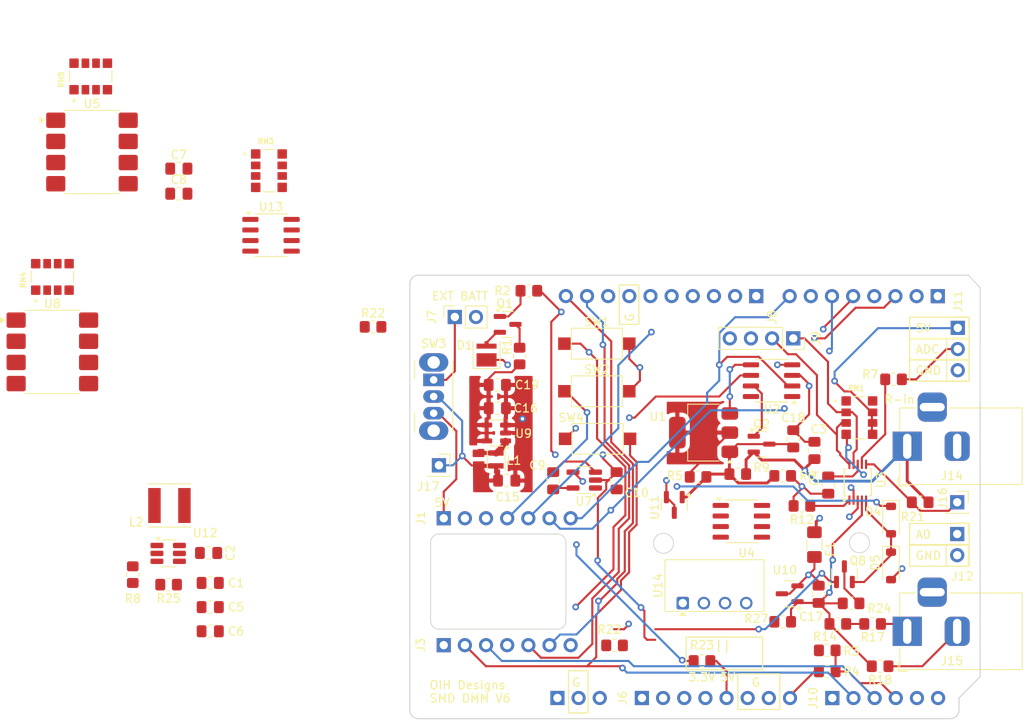
<source format=kicad_pcb>
(kicad_pcb (version 20241229) (generator "pcbnew") (generator_version "9.0")
  (layers (0 "F.Cu" signal) (4 "In1.Cu" signal) (6 "In2.Cu" signal) (2 "B.Cu" signal) (13 "F.Paste" user) (15 "B.Paste" user) (5 "F.SilkS" user "F.Silkscreen") (7 "B.SilkS" user "B.Silkscreen") (1 "F.Mask" user) (3 "B.Mask" user) (25 "Edge.Cuts" user))
  (net 0 "")
  (net 1 "GND")
  (net 2 "Resistor_Input")
  (net 3 "SDA")
  (net 4 "D6~")
  (net 5 "D7")
  (net 6 "+9V")
  (net 7 "SCL")
  (net 8 "V_Input_REF")
  (net 9 "V_Input_Float")
  (net 10 "ADS_ADDR")
  (net 11 "/R Circuit I Output")
  (net 12 "ADS_ALERT")
  (net 13 "A0{slash}D14")
  (net 14 "A2{slash}D16")
  (net 15 "D3~")
  (net 16 "VDD")
  (net 17 "I_Input")
  (net 18 "D10~")
  (net 19 "D9~")
  (net 20 "D5~ (IR)")
  (net 21 "A1{slash}D15")
  (net 32 "Net-(Q2-G)")
  (net 33 "Net-(U1-VO)")
  (net 36 "A3{slash}D17")
  (net 37 "Net-(D1-A)")
  (net 38 "Net-(F1-Pad1)")
  (net 39 "+BATT")
  (net 40 "CS")
  (net 41 "Net-(U7-C1-)")
  (net 42 "Net-(U7-C1+)")
  (net 43 "MISO")
  (net 44 "Net-(U9-SW)")
  (net 45 "XIAO 5V")
  (net 46 "XIAO Batt Pin")
  (net 47 "MOSI")
  (net 48 "CLK")
  (net 49 "SDA-5V")
  (net 50 "SCL-5V")
  (net 51 "/R into ADS")
  (net 52 "+VSW")
  (net 53 "/Uno5vPin")
  (net 54 "/Driver_U2_Out_B")
  (net 57 "/Driver_U4_Out_A")
  (net 58 "/Driver_U4_Out_B")
  (net 63 "+3V3")
  (net 64 "/ADC-1")
  (net 65 "/V Ref to ADS-0")
  (net 66 "/Driver_U4_In_B")
  (net 67 "Net-(Q1-B)")
  (net 68 "Net-(Q1-C)")
  (net 69 "Net-(J11-Pin_2)")
  (net 70 "Net-(U12-EN)")
  (net 71 "Net-(U12-SW)")
  (net 72 "Net-(Q8-D)")
  (net 73 "Net-(U12-FB)")
  (net 74 "Gnd-iso")
  (net 75 "5V-iso")
  (net 76 "/ArduinoUnoPins/Uno5vPin")
  (net 77 "Net-(RN4-R1.1)")
  (net 78 "/Driver_U4_In_A")
  (net 79 "Net-(RN4-R2.1)")
  (net 80 "/Driver_U2_In_A")
  (net 81 "/Driver_U2_In_B")
  (net 82 "Net-(RN5-R1.1)")
  (net 83 "Net-(RN5-R2.1)")
  (footprint "Capacitor_SMD:C_0805_2012Metric_Pad1.18x1.45mm_HandSolder" (layer "F.Cu") (at 128.660305 73.49413 90)
    (property "Reference" "C4")
    (property "Value" "0.1uF")
  )
  (footprint "Capacitor_SMD:C_0805_2012Metric_Pad1.18x1.45mm_HandSolder" (layer "F.Cu") (at 54.45 88.15)
    (property "Reference" "C5")
    (property "Value" "1uF")
  )
  (footprint "Resistor_SMD:R_0805_2012Metric_Pad1.20x1.40mm_HandSolder" (layer "F.Cu") (at 128.54 95.88 180)
    (property "Reference" "R4")
    (property "Value" "100K")
  )
  (footprint "Inductor_SMD:L_Taiyo-Yuden_MD-5050" (layer "F.Cu") (at 49.55 75.95 180)
    (property "Reference" "L2")
    (property "Value" "22uH")
  )
  (footprint "Connector_PinSocket_2.54mm:PinSocket_1x01_P2.54mm_Vertical" (layer "F.Cu") (at 144.145 75.565)
    (property "Reference" "J16")
    (property "Value" "Conn_01x01_Socket")
  )
  (footprint "Resistor_SMD:R_0805_2012Metric_Pad1.20x1.40mm_HandSolder" (layer "F.Cu") (at 45.15 84.25 90)
    (property "Reference" "R8")
    (property "Value" "71.5k")
  )
  (footprint "Library:PinHeader_1x10_P2.54mm_Vertical_NoBox" (layer "F.Cu") (at 120.015 50.8 -90)
    (property "Reference" "J8")
    (property "Value" "DIGITAL2")
  )
  (footprint "Resistor_SMD:R_0805_2012Metric_Pad1.20x1.40mm_HandSolder" (layer "F.Cu") (at 123.19 89.916)
    (property "Reference" "R27")
    (property "Value" "4.7K")
  )
  (footprint "Package_TO_SOT_SMD:SOT-223-3_TabPin2" (layer "F.Cu") (at 113.69 67.19875 180)
    (property "Reference" "U1")
    (property "Value" "LM317_TO-220")
  )
  (footprint "Capacitor_SMD:C_0805_2012Metric_Pad1.18x1.45mm_HandSolder" (layer "F.Cu") (at 88.9215 61.468)
    (property "Reference" "C19")
    (property "Value" "22uF")
  )
  (footprint "Resistor_SMD:R_0805_2012Metric_Pad1.20x1.40mm_HandSolder" (layer "F.Cu") (at 125.5 76 180)
    (property "Reference" "R12")
    (property "Value" "0")
  )
  (footprint "Resistor_SMD:R_0805_2012Metric_Pad1.20x1.40mm_HandSolder" (layer "F.Cu") (at 103 92.75 180)
    (property "Reference" "R22")
    (property "Value" "0")
  )
  (footprint "Library:RESCAXS127P508X320X70-8N" (layer "F.Cu") (at 61.5 35.745)
    (property "Reference" "RN3")
    (property "Value" "10k x4")
  )
  (footprint "Library:RESCAXS127P508X320X70-8N" (layer "F.Cu") (at 40.1 24.43 90)
    (property "Reference" "RN5")
    (property "Value" "10k x4")
  )
  (footprint "Package_SO:TSSOP-10_3x3mm_P0.5mm" (layer "F.Cu") (at 132.200305 73.15913 90)
    (property "Reference" "U3")
    (property "Value" "ADS1115IDGS")
  )
  (footprint "Resistor_SMD:R_0805_2012Metric_Pad1.20x1.40mm_HandSolder" (layer "F.Cu") (at 134.89 95.25 180)
    (property "Reference" "R18")
    (property "Value" "499.0K")
  )
  (footprint "Library:PinHeader_1x06_P2.54mm_Vertical_NoBox" (layer "F.Cu") (at 129.151624 99.067665 90)
    (property "Reference" "J10")
    (property "Value" "ANALOG")
  )
  (footprint "Resistor_SMD:R_0805_2012Metric_Pad1.20x1.40mm_HandSolder" (layer "F.Cu") (at 129.81 90.17)
    (property "Reference" "R14")
    (property "Value" "15.0K")
  )
  (footprint "Package_TO_SOT_SMD:SOT-23" (layer "F.Cu") (at 124.0305 86.548 180)
    (property "Reference" "U10")
    (property "Value" "LM4040DBZ-2.5")
  )
  (footprint "Resistor_SMD:R_0805_2012Metric_Pad1.20x1.40mm_HandSolder" (layer "F.Cu") (at 49.45 85.45 180)
    (property "Reference" "R25")
    (property "Value" "732k")
  )
  (footprint "Resistor_SMD:R_0805_2012Metric_Pad1.20x1.40mm_HandSolder" (layer "F.Cu") (at 128.54 93.345)
    (property "Reference" "R3")
    (property "Value" "22K")
  )
  (footprint "Connector_PinSocket_2.54mm:PinSocket_1x03_P2.54mm_Vertical" (layer "F.Cu") (at 144.215 54.625)
    (property "Reference" "J11")
    (property "Value" "I_Input")
  )
  (footprint "Resistor_SMD:R_0805_2012Metric_Pad1.20x1.40mm_HandSolder" (layer "F.Cu") (at 113.03 72.51875)
    (property "Reference" "R5")
    (property "Value" "62.0")
  )
  (footprint "Resistor_SMD:R_0805_2012Metric_Pad1.20x1.40mm_HandSolder" (layer "F.Cu") (at 117.795 72.17875)
    (property "Reference" "R9")
    (property "Value" "22.0K")
  )
  (footprint "Button_Switch_SMD:SW_SPST_CK_RS282G05A3" (layer "F.Cu") (at 100.965 67.945 180)
    (property "Reference" "SW4")
    (property "Value" "SW_Push")
  )
  (footprint "Resistor_SMD:R_0805_2012Metric_Pad1.20x1.40mm_HandSolder" (layer "F.Cu") (at 91.6 58 -90)
    (property "Reference" "R1")
    (property "Value" "500")
  )
  (footprint "Capacitor_SMD:C_0805_2012Metric_Pad1.18x1.45mm_HandSolder" (layer "F.Cu") (at 95.631 72.9805 -90)
    (property "Reference" "C9")
    (property "Value" "4.7uF")
  )
  (footprint "Resistor_SMD:R_0805_2012Metric_Pad1.20x1.40mm_HandSolder" (layer "F.Cu") (at 113.5 94.615 180)
    (property "Reference" "R23")
    (property "Value" "0")
  )
  (footprint "Package_SO:SOP-8_6.605x9.655mm_P2.54mm" (layer "F.Cu") (at 35.495 57.5)
    (property "Reference" "U8")
    (property "Value" "LTV-824")
  )
  (footprint "Button_Switch_SMD:SW_SPST_CK_RS282G05A3" (layer "F.Cu") (at 100.875 62.23)
    (property "Reference" "SW2")
    (property "Value" "SW_Push")
  )
  (footprint "Package_TO_SOT_SMD:SOT-23" (layer "F.Cu") (at 110.175 75.88 -90)
    (property "Reference" "U11")
    (property "Value" "LM4040DBZ-5")
  )
  (footprint "Button_Switch_SMD:SW_SPST_CK_RS282G05A3" (layer "F.Cu") (at 100.875 56.515)
    (property "Reference" "SW1")
    (property "Value" "SW_Push")
  )
  (footprint "Capacitor_SMD:C_0805_2012Metric_Pad1.18x1.45mm_HandSolder" (layer "F.Cu") (at 50.68 38.51)
    (property "Reference" "C8")
    (property "Value" "0.1uF")
  )
  (footprint "Connector_PinSocket_2.54mm:PinSocket_1x02_P2.54mm_Vertical" (layer "F.Cu") (at 144.145 79.375)
    (property "Reference" "J12")
    (property "Value" "Conn_01x02_Pin")
  )
  (footprint "Resistor_SMD:R_0805_2012Metric_Pad1.20x1.40mm_HandSolder" (layer "F.Cu") (at 133.985 90.17 180)
    (property "Reference" "R17")
    (property "Value" "499.0K")
  )
  (footprint "Package_TO_SOT_SMD:SOT-23-5" (layer "F.Cu") (at 88.7785 67.244 180)
    (property "Reference" "U9")
    (property "Value" "TPS613222ADBV")
  )
  (footprint "Capacitor_SMD:C_0805_2012Metric_Pad1.18x1.45mm_HandSolder" (layer "F.Cu") (at 50.68 35.5)
    (property "Reference" "C7")
    (property "Value" "0.1uF")
  )
  (footprint "Library:RESCAXS127P508X320X70-8N" (layer "F.Cu") (at 35.5 48.5 90)
    (property "Reference" "RN4")
    (property "Value" "10k x4")
  )
  (footprint "Resistor_SMD:R_0805_2012Metric_Pad1.20x1.40mm_HandSolder" (layer "F.Cu") (at 136.5 60.8)
    (property "Reference" "R7")
    (property "Value" "0")
  )
  (footprint "Package_TO_SOT_SMD:SOT-23-5_HandSoldering" (layer "F.Cu") (at 99.361 72.898 180)
    (property "Reference" "U7")
    (property "Value" "MAX1683")
  )
  (footprint "Connector_BarrelJack:BarrelJack_Horizontal" (layer "F.Cu") (at 138.145 91.06 180)
    (property "Reference" "J15")
    (property "Value" "Barrel_Jack")
  )
  (footprint "Capacitor_SMD:C_0805_2012Metric_Pad1.18x1.45mm_HandSolder" (layer "F.Cu") (at 54.45 85.25)
    (property "Reference" "C1")
    (property "Value" "1uF")
  )
  (footprint "Package_SO:SOIC-8_3.9x4.9mm_P1.27mm" (layer "F.Cu") (at 118.225 77.845)
    (property "Reference" "U4")
    (property "Value" "IX4426N")
  )
  (footprint "Connector_PinSocket_2.54mm:PinSocket_1x01_P2.54mm_Vertical" (layer "F.Cu") (at 81.915 71.12)
    (property "Reference" "J17")
    (property "Value" "Conn_01x01_Socket")
  )
  (footprint "Package_SO:SOP-8_6.605x9.655mm_P2.54mm" (layer "F.Cu") (at 40.25 33.5)
    (property "Reference" "U5")
    (property "Value" "LTV-824")
  )
  (footprint "Package_TO_SOT_SMD:SOT-23" (layer "F.Cu") (at 120.65 68.58)
    (property "Reference" "Q2")
    (property "Value" "AO3400A MOSFET")
  )
  (footprint "Diode_SMD:D_SOD-123" (layer "F.Cu") (at 136.2 77.7 -90)
    (property "Reference" "D4")
    (property "Value" "D_Schottky")
  )
  (footprint "Resistor_SMD:R_0805_2012Metric_Pad1.20x1.40mm_HandSolder" (layer "F.Cu") (at 123.19 72.39 180)
    (property "Reference" "R6")
    (property "Value" "330.0")
  )
  (footprint "Resistor_SMD:R_0805_2012Metric_Pad1.20x1.40mm_HandSolder" (layer "F.Cu") (at 131.4 87.7 180)
    (property "Reference" "R24")
    (property "Value" "1.0M")
  )
  (footprint "Capacitor_SMD:C_0805_2012Metric_Pad1.18x1.45mm_HandSolder" (layer "F.Cu") (at 103.251 72.9805 90)
    (property "Reference" "C10")
    (property "Value" "4.7uF")
  )
  (footprint "Resistor_SMD:R_0805_2012Metric_Pad1.20x1.40mm_HandSolder" (layer "F.Cu") (at 139.7 75.565)
    (property "Reference" "R21")
    (property "Value" "0")
  )
  (footprint "Package_TO_SOT_SMD:SOT-23" (layer "F.Cu") (at 90.1625 54.2)
    (property "Reference" "Q1")
    (property "Value" "MMBT3904" (hide yes))
  )
  (footprint "Library:PinHeader_1x08_P2.54mm_Vertical_NoBox" (layer "F.Cu") (at 106.287792 99.06511 90)
    (property "Reference" "J6")
    (property "Value" "POWER1")
  )
  (footprint "Fuse:Fuse_1206_3216Metric_Pad1.42x1.75mm_HandSolder" (layer "F.Cu") (at 127 80.645 -90)
    (property "Reference" "F1")
    (property "Value" "Fuse")
  )
  (footprint "Connector_PinSocket_2.54mm:PinSocket_1x07_P2.54mm_Vertical" (layer "F.Cu") (at 82.487996 92.719534 90)
    (property "Reference" "J3")
    (property "Value" "Conn_01x07_Pin")
  )
  (footprint "Diode_SMD:D_SOD-123" (layer "F.Cu") (at 136.2 83.2 -90)
    (property "Reference" "D5")
    (property "Value" "D_Schottky")
  )
  (footprint "Capacitor_SMD:C_0805_2012Metric_Pad1.18x1.45mm_HandSolder" (layer "F.Cu") (at 54.45 91.05)
    (property "Reference" "C6")
    (property "Value" "1uF")
  )
  (footprint "Package_TO_SOT_SMD:SOT-23" (layer "F.Cu") (at 130.6 84.2 90)
    (property "Reference" "Q8")
    (property "Value" "AO3400A MOSFET")
  )
  (footprint "Resistor_SMD:R_0805_2012Metric_Pad1.20x1.40mm_HandSolder" (layer "F.Cu") (at 74 54.5)
    (property "Reference" "R22")
    (property "Value" "0")
  )
  (footprint "Converter_DCDC:Converter_DCDC_TRACO_TEA1-xxxx_THT" (layer "F.Cu") (at 111.19 87.6675 90)
    (property "Reference" "U14")
    (property "Value" "RFM-0505S")
  )
  (footprint "Capacitor_SMD:C_0805_2012Metric_Pad1.18x1.45mm_HandSolder" (layer "F.Cu") (at 124.46 67.945 90)
    (property "Reference" "C18")
    (property "Value" "1uF")
  )
  (footprint "Package_TO_SOT_SMD:SOT-23-6_Handsoldering" (layer "F.Cu") (at 49.4 81.7)
    (property "Reference" "U12")
    (property "Value" "TLV61046ADBVR")
  )
  (footprint "Library:PinHeader_1x08_P2.54mm_Vertical_NoBox" (layer "F.Cu") (at 141.809463 50.808987 -90)
    (property "Reference" "J13" (hide yes))
    (property "Value" "DIGITAL1")
  )
  (footprint "Connector_BarrelJack:BarrelJack_Horizontal" (layer "F.Cu") (at 138.145 68.835 180)
    (property "Reference" "J14")
    (property "Value" "Barrel_Jack")
  )
  (footprint "Capacitor_SMD:C_0805_2012Metric_Pad1.18x1.45mm_HandSolder" (layer "F.Cu") (at 127 69.342 90)
    (property "Reference" "C3")
    (property "Value" "2.2uF")
  )
  (footprint "Connector_PinSocket_2.54mm:PinSocket_1x02_P2.54mm_Vertical" (layer "F.Cu") (at 83.82 53.315 90)
    (property "Reference" "J7")
    (property "Value" "Conn_01x02_Pin")
  )
  (footprint "Resistor_SMD:R_0805_2012Metric_Pad1.20x1.40mm_HandSolder" (layer "F.Cu") (at 92.71 50.165 180)
    (property "Reference" "R2")
    (property "Value" "1K")
  )
  (footprint "Connector_PinSocket_2.54mm:PinSocket_1x07_P2.54mm_Vertical" (layer "F.Cu") (at 82.487996 77.479534 90)
    (property "Reference" "J1")
    (property "Value" "Conn_01x07_Pin")
  )
  (footprint "Capacitor_SMD:C_0805_2012Metric_Pad1.18x1.45mm_HandSolder" (layer "F.Cu") (at 127.508 86.614 -90)
    (property "Reference" "C17")
    (property "Value" "0.1uF")
  )
  (footprint "Inductor_SMD:L_Murata_DFE201610P" (layer "F.Cu") (at 88.7785 70.419 90)
    (property "Reference" "L1")
    (property "Value" "2.2uH")
  )
  (footprint "Connector_PinSocket_2.54mm:PinSocket_1x04_P2.54mm_Vertical" (layer "F.Cu") (at 124.46 55.88 -90)
    (property "Reference" "J9")
    (property "Value" "Out to Screen")
  )
  (footprint "LED_SMD:LED_Luminus_MP-3030-1100_3.0x3.0mm" (layer "F.Cu") (at 87.63 57.89 90)
    (property "Reference" "D1")
    (property "Value" "LED")
  )
  (footprint "Package_SO:SOIC-8_3.9x4.9mm_P1.27mm" (layer "F.Cu") (at 61.75 43.5)
    (property "Reference" "U13")
    (property "Value" "ISO1540")
  )
  (footprint "Capacitor_SMD:C_0805_2012Metric_Pad1.18x1.45mm_HandSolder" (layer "F.Cu") (at 90.0485 72.959)
    (property "Reference" "C15")
    (property "Value" "4.7uF")
  )
  (footprint "Button_Switch_THT:SW_Slide_SPDT_Angled_CK_OS102011MA1Q" (layer "F.Cu") (at 81.28 60.865 -90)
    (property "Reference" "SW3")
    (property "Value" "SW_SPDT")
  )
  (footprint "Capacitor_SMD:C_0805_2012Metric_Pad1.18x1.45mm_HandSolder" (layer "F.Cu") (at 54.25 81.65)
    (property "Reference" "C2")
    (property "Value" "4.7uF")
  )
  (footprint "Library:RESCAXS127P508X320X70-8N" (layer "F.Cu") (at 132.4 65.4)
    (property "Reference" "RN1")
    (property "Value" "1K x4")
  )
  (footprint "Library:PinHeader_1x03_P2.54mm_Vertical_NoBox" (layer "F.Cu") (at 96.143981 99.063151 90)
    (property "Reference" "J5" (hide yes))
    (property "Value" "POWER2")
  )
  (footprint "Package_SO:SOIC-8_3.9x4.9mm_P1.27mm" (layer "F.Cu") (at 121.855 60.96 180)
    (property "Reference" "U2")
    (property "Value" "IX4426N")
  )
  (footprint "Capacitor_SMD:C_0805_2012Metric_Pad1.18x1.45mm_HandSolder" (layer "F.Cu") (at 88.9215 64.262)
    (property "Reference" "C16")
    (property "Value" "22uF")
  )
  (gr_rect (start 138.43 78.105) (end 145.585 80.705) (stroke (width 0.15)) (fill no) (layer "F.SilkS"))
  (gr_rect (start 111.597402 91.752692) (end 120.786111 95.683458) (stroke (width 0.15)) (fill no) (layer "F.SilkS"))
  (gr_rect (start 103.567758 49.467044) (end 105.91855 54.201136) (stroke (width 0.15)) (fill no) (layer "F.SilkS"))
  (gr_rect (start 138.43 80.645) (end 145.585 83.245) (stroke (width 0.15)) (fill no) (layer "F.SilkS"))
  (gr_rect (start 117.800432 96.176612) (end 122.849754 100.44112) (stroke (width 0.15)) (fill no) (layer "F.SilkS"))
  (gr_rect (start 97.477467 95.788603) (end 99.825034 100.86181) (stroke (width 0.15)) (fill no) (layer "F.SilkS"))
  (gr_rect (start 138.43 53.34) (end 145.585 55.94) (stroke (width 0.15)) (fill no) (layer "F.SilkS"))
  (gr_rect (start 138.43 55.88) (end 145.585 58.48) (stroke (width 0.15)) (fill no) (layer "F.SilkS"))
  (gr_rect (start 138.43 58.42) (end 145.585 61.02) (stroke (width 0.15)) (fill no) (layer "F.SilkS"))
  (gr_line (start 79.155572 48.342318) (end 79.409482 48.3) (stroke (width 0.12)) (layer "Edge.Cuts"))
  (gr_arc (start 80.915 80.375) (mid 81.207893 79.667893) (end 81.915 79.375) (stroke (width 0.1)) (layer "Edge.Cuts"))
  (gr_line (start 78.711229 48.596228) (end 78.922821 48.448114) (stroke (width 0.12)) (layer "Edge.Cuts"))
  (gr_line (start 78.922821 101.423045) (end 78.711229 101.253771) (stroke (width 0.12)) (layer "Edge.Cuts"))
  (gr_line (start 146.899617 96.521794) (end 144.360514 99.060897) (stroke (width 0.12)) (layer "Edge.Cuts"))
  (gr_line (start 79.409482 48.3) (end 145.5 48.3) (stroke (width 0.12)) (layer "Edge.Cuts"))
  (gr_line (start 79.155572 101.507681) (end 78.922821 101.423045) (stroke (width 0.12)) (layer "Edge.Cuts"))
  (gr_line (start 144.318196 100.809428) (end 144.233559 101.042179) (stroke (width 0.12)) (layer "Edge.Cuts"))
  (gr_line (start 144.233559 101.042179) (end 144.064285 101.253771) (stroke (width 0.12)) (layer "Edge.Cuts"))
  (gr_line (start 78.415 49.315641) (end 78.457318 49.040571) (stroke (width 0.12)) (layer "Edge.Cuts"))
  (gr_line (start 144.360514 99.060897) (end 144.360514 100.555518) (stroke (width 0.12)) (layer "Edge.Cuts"))
  (gr_line (start 97.155 80.375) (end 97.155 89.805) (stroke (width 0.1)) (layer "Edge.Cuts"))
  (gr_line (start 145.5 48.3) (end 146.9 49.8) (stroke (width 0.1)) (layer "Edge.Cuts"))
  (gr_arc (start 81.915 90.805) (mid 81.207893 90.512107) (end 80.915 89.805) (stroke (width 0.1)) (layer "Edge.Cuts"))
  (gr_line (start 78.457318 100.809428) (end 78.415 100.555518) (stroke (width 0.12)) (layer "Edge.Cuts"))
  (gr_line (start 143.852694 101.423045) (end 143.366032 101.55) (stroke (width 0.12)) (layer "Edge.Cuts"))
  (gr_arc (start 96.155 79.375) (mid 96.862107 79.667893) (end 97.155 80.375) (stroke (width 0.1)) (layer "Edge.Cuts"))
  (gr_line (start 144.064285 101.253771) (end 143.852694 101.423045) (stroke (width 0.12)) (layer "Edge.Cuts"))
  (gr_line (start 78.711229 101.253771) (end 78.541955 101.042179) (stroke (width 0.12)) (layer "Edge.Cuts"))
  (gr_line (start 79.409482 101.55) (end 79.155572 101.507681) (stroke (width 0.12)) (layer "Edge.Cuts"))
  (gr_circle (center 108.880463 80.491437) (end 110.080463 80.491437) (stroke (width 0.1)) (fill no) (layer "Edge.Cuts"))
  (gr_line (start 81.915 90.805) (end 96.155 90.805) (stroke (width 0.1)) (layer "Edge.Cuts"))
  (gr_line (start 144.360514 100.555518) (end 144.318196 100.809428) (stroke (width 0.12)) (layer "Edge.Cuts"))
  (gr_line (start 78.415 100.555518) (end 78.415 49.315641) (stroke (width 0.12)) (layer "Edge.Cuts"))
  (gr_line (start 96.155 79.375) (end 81.915 79.375) (stroke (width 0.1)) (layer "Edge.Cuts"))
  (gr_circle (center 132.410332 80.422661) (end 133.610332 80.422661) (stroke (width 0.1)) (fill no) (layer "Edge.Cuts"))
  (gr_line (start 143.366032 101.55) (end 79.409482 101.55) (stroke (width 0.12)) (layer "Edge.Cuts"))
  (gr_line (start 78.541955 48.80782) (end 78.711229 48.596228) (stroke (width 0.12)) (layer "Edge.Cuts"))
  (gr_line (start 78.541955 101.042179) (end 78.457318 100.809428) (stroke (width 0.12)) (layer "Edge.Cuts"))
  (gr_arc (start 97.155 89.805) (mid 96.862107 90.512107) (end 96.155 90.805) (stroke (width 0.1)) (layer "Edge.Cuts"))
  (gr_line (start 80.915 89.805) (end 80.915 80.375) (stroke (width 0.1)) (layer "Edge.Cuts"))
  (gr_line (start 146.9 49.8) (end 146.899617 63.788527) (stroke (width 0.1)) (layer "Edge.Cuts"))
  (gr_line (start 78.922821 48.448114) (end 79.155572 48.342318) (stroke (width 0.12)) (layer "Edge.Cuts"))
  (gr_line (start 78.457318 49.040571) (end 78.541955 48.80782) (stroke (width 0.12)) (layer "Edge.Cuts"))
  (gr_line (start 146.899617 63.788527) (end 146.899617 96.521794) (stroke (width 0.12)) (layer "Edge.Cuts"))
  (gr_text "ADC" (at 139.065 57.785 0) (layer "F.SilkS") (effects (font (size 1 1)) (justify left bottom)))
  (gr_text "G" (at 97.79 97.79 0) (layer "F.SilkS") (effects (font (size 1 1)) (justify left bottom)))
  (gr_text "5V" (at 81.28 76.2 0) (layer "F.SilkS") (effects (font (size 1 1)) (justify left bottom)))
  (gr_text "||" (at 114.935 93.345 0) (layer "F.SilkS") (effects (font (size 1 1)) (justify left bottom)))
  (gr_text "G" (at 105.41 53.975 90) (layer "F.SilkS") (effects (font (size 1 1)) (justify left bottom)))
  (gr_text "R-in" (at 135.3 63.8 0) (layer "F.SilkS") (effects (font (size 1 1)) (justify left bottom)))
  (gr_text "5V" (at 139.065 55.245 0) (layer "F.SilkS") (effects (font (size 1 1)) (justify left bottom)))
  (gr_text "GND" (at 139.065 82.55 0) (layer "F.SilkS") (effects (font (size 1 1)) (justify left bottom)))
  (gr_text "G" (at 119.38 97.79 0) (layer "F.SilkS") (effects (font (size 1 1)) (justify left bottom)))
  (gr_text "A0" (at 139.065 80.01 0) (layer "F.SilkS") (effects (font (size 1 1)) (justify left bottom)))
  (gr_text "3.3V" (at 111.76 97.155 0) (layer "F.SilkS") (effects (font (size 1 1)) (justify left bottom)))
  (gr_text "EXT BATT" (at 84.455 50.8 0) (layer "F.SilkS") (effects (font (size 1 1))))
  (gr_text "GND" (at 139.065 60.325 0) (layer "F.SilkS") (effects (font (size 1 1)) (justify left bottom)))
  (gr_text "5V" (at 115.57 97.155 0) (layer "F.SilkS") (effects (font (size 1 1)) (justify left bottom)))
  (gr_text "OIH Designs\nSMD DMM V6" (at 80.7 99.7 0) (layer "F.SilkS") (effects (font (size 1 1)) (justify left bottom)))
  (segment (start 104.775 58.36) (end 105.785 59.37) (width 0.25) (layer "F.Cu") (net 1))
  (segment (start 87.63 58.465) (end 89.58 58.465) (width 0.25) (layer "F.Cu") (net 1))
  (segment (start 89.58 58.465) (end 90.17 59.055) (width 0.25) (layer "F.Cu") (net 1))
  (segment (start 106.045 60.96) (end 106.045 59.37) (width 0.25) (layer "F.Cu") (net 1))
  (segment (start 104.775 62.23) (end 106.045 60.96) (width 0.25) (layer "F.Cu") (net 1))
  (segment (start 104.775 57.15) (end 104.775 58.36) (width 0.25) (layer "F.Cu") (net 1))
  (segment (start 106.045 59.37) (end 105.785 59.37) (width 0.25) (layer "F.Cu") (net 1))
  (segment (start 98.335 66.675) (end 97.065 67.945) (width 0.25) (layer "F.Cu") (net 1))
  (via (at 106.045 59.37) (size 0.8) (drill 0.4) (layers "F.Cu" "B.Cu") (net 1))
  (via (at 91.948 65.532) (size 0.8) (drill 0.4) (layers "F.Cu" "B.Cu") (net 1))
  (via (at 90.17 59.055) (size 0.8) (drill 0.4) (layers "F.Cu" "B.Cu") (net 1))
  (via (at 98.335 66.675) (size 0.8) (drill 0.4) (layers "F.Cu" "B.Cu") (net 1))
  (segment (start 118.795 70.4475) (end 118.795 72.17875) (width 0.35) (layer "F.Cu") (net 2))
  (segment (start 124.594875 70.492875) (end 120.675375 70.492875) (width 0.35) (layer "F.Cu") (net 2))
  (segment (start 138.145 73.01) (end 138.145 68.835) (width 0.35) (layer "F.Cu") (net 2))
  (segment (start 125.857 71.755) (end 124.594875 70.492875) (width 0.35) (layer "F.Cu") (net 2))
  (segment (start 125.857 71.5225) (end 127 70.3795) (width 0.35) (layer "F.Cu") (net 2))
  (segment (start 140.7 75.565) (end 138.145 73.01) (width 0.35) (layer "F.Cu") (net 2))
  (segment (start 120.675375 70.492875) (end 119.7125 69.53) (width 0.35) (layer "F.Cu") (net 2))
  (segment (start 119.7125 69.53) (end 118.795 70.4475) (width 0.35) (layer "F.Cu") (net 2))
  (segment (start 125.857 71.755) (end 125.857 71.5225) (width 0.35) (layer "F.Cu") (net 2))
  (via (at 125.857 71.755) (size 0.8) (drill 0.4) (layers "F.Cu" "B.Cu") (net 2))
  (segment (start 127.127 73.025) (end 133.955 73.025) (width 0.35) (layer "B.Cu") (net 2))
  (segment (start 125.857 71.755) (end 127.127 73.025) (width 0.35) (layer "B.Cu") (net 2))
  (segment (start 133.955 73.025) (end 138.145 68.835) (width 0.35) (layer "B.Cu") (net 2))
  (segment (start 100.33 92.57) (end 100.33 87.121302) (width 0.25) (layer "F.Cu") (net 3))
  (segment (start 103.505 78.74) (end 104.751 77.494) (width 0.25) (layer "F.Cu") (net 3))
  (segment (start 104.751 77.494) (end 104.751 71.121229) (width 0.25) (layer "F.Cu") (net 3))
  (segment (start 101.8 56.842) (end 101.6 56.642) (width 0.25) (layer "F.Cu") (net 3))
  (segment (start 104.751 71.121229) (end 101.8 68.170229) (width 0.25) (layer "F.Cu") (net 3))
  (segment (start 98.666 94.234) (end 100.33 92.57) (width 0.25) (layer "F.Cu") (net 3))
  (segment (start 94.162462 94.234) (end 98.666 94.234) (width 0.25) (layer "F.Cu") (net 3))
  (segment (start 103.505 83.946302) (end 103.505 78.74) (width 0.25) (layer "F.Cu") (net 3))
  (segment (start 100.33 87.121302) (end 103.505 83.946302) (width 0.25) (layer "F.Cu") (net 3))
  (segment (start 101.8 68.170229) (end 101.8 56.842) (width 0.25) (layer "F.Cu") (net 3))
  (segment (start 92.647996 92.719534) (end 94.162462 94.234) (width 0.25) (layer "F.Cu") (net 3))
  (via (at 101.6 56.642) (size 0.8) (drill 0.4) (layers "F.Cu" "B.Cu") (net 3))
  (segment (start 101.6 53.975) (end 99.695 52.07) (width 0.25) (layer "B.Cu") (net 3))
  (segment (start 99.695 52.07) (end 99.695 50.8) (width 0.25) (layer "B.Cu") (net 3))
  (segment (start 101.6 56.642) (end 101.6 53.975) (width 0.25) (layer "B.Cu") (net 3))
  (segment (start 95.4 53.9) (end 96.595 52.705) (width 0.25) (layer "F.Cu") (net 4))
  (segment (start 94.07 50.165) (end 96.61 52.705) (width 0.25) (layer "F.Cu") (net 4))
  (segment (start 95.4 69.365) (end 95.4 53.9) (width 0.25) (layer "F.Cu") (net 4))
  (segment (start 95.885 69.85) (end 95.4 69.365) (width 0.25) (layer "F.Cu") (net 4))
  (segment (start 96.595 52.705) (end 96.61 52.705) (width 0.25) (layer "F.Cu") (net 4))
  (via (at 95.885 69.85) (size 0.8) (drill 0.4) (layers "F.Cu" "B.Cu") (net 4))
  (via (at 96.61 52.705) (size 0.8) (drill 0.4) (layers "F.Cu" "B.Cu") (net 4))
  (segment (start 115.57 59.055) (end 116.525 58.1) (width 0.25) (layer "F.Cu") (net 5))
  (segment (start 116.525 58.1) (end 120.33 58.1) (width 0.25) (layer "F.Cu") (net 5))
  (segment (start 120.33 58.1) (end 123.825 61.595) (width 0.25) (layer "F.Cu") (net 5))
  (via (at 115.57 59.055) (size 0.8) (drill 0.4) (layers "F.Cu" "B.Cu") (net 5))
  (segment (start 115.57 55.245) (end 117.475 53.34) (width 0.25) (layer "B.Cu") (net 5))
  (segment (start 121.49845 53.34) (end 124.029463 50.808987) (width 0.25) (layer "B.Cu") (net 5))
  (segment (start 117.475 53.34) (end 121.49845 53.34) (width 0.25) (layer "B.Cu") (net 5))
  (segment (start 99.050466 77.479534) (end 105.818145 70.711855) (width 0.25) (layer "B.Cu") (net 5))
  (segment (start 115.57 59.055) (end 115.57 55.245) (width 0.25) (layer "B.Cu") (net 5))
  (segment (start 114.116 63.684) (end 114.116 62.414) (width 0.25) (layer "B.Cu") (net 5))
  (segment (start 105.818145 70.711855) (end 107.088145 70.711855) (width 0.25) (layer "B.Cu") (net 5))
  (segment (start 107.088145 70.711855) (end 114.116 63.684) (width 0.25) (layer "B.Cu") (net 5))
  (segment (start 114.116 62.414) (end 115.57 60.96) (width 0.25) (layer "B.Cu") (net 5))
  (segment (start 115.57 60.96) (end 115.57 59.055) (width 0.25) (layer "B.Cu") (net 5))
  (segment (start 97.727996 77.479534) (end 99.050466 77.479534) (width 0.25) (layer "B.Cu") (net 5))
  (segment (start 107.95 62.865) (end 105.41 65.405) (width 0.25) (layer "F.Cu") (net 6))
  (segment (start 102.296 72.904) (end 102.296 72.898) (width 0.25) (layer "F.Cu") (net 6))
  (segment (start 118.11 60.325) (end 115.57 62.865) (width 0.25) (layer "F.Cu") (net 6))
  (segment (start 106.178914 88.2) (end 106.584 88.605086) (width 0.25) (layer "F.Cu") (net 6))
  (segment (start 102 73.2) (end 102.296 72.904) (width 0.25) (layer "F.Cu") (net 6))
  (segment (start 119.38 60.325) (end 118.11 60.325) (width 0.25) (layer "F.Cu") (net 6))
  (segment (start 106.910001 92.075) (end 107.885 92.075) (width 0.25) (layer "F.Cu") (net 6))
  (segment (start 100.711 72.898) (end 102.296 72.898) (width 0.25) (layer "F.Cu") (net 6))
  (segment (start 103.251 71.943) (end 101.6 70.292) (width 0.25) (layer "F.Cu") (net 6))
  (segment (start 105.41 65.405) (end 104.775 65.405) (width 0.25) (layer "F.Cu") (net 6))
  (segment (start 101 82.515) (end 101 75.034346) (width 0.25) (layer "F.Cu") (net 6))
  (segment (start 102.296 72.898) (end 103.251 71.943) (width 0.25) (layer "F.Cu") (net 6))
  (segment (start 100.965 82.55) (end 101 82.515) (width 0.25) (layer "F.Cu") (net 6))
  (segment (start 106.584 88.605086) (end 106.584 91.748999) (width 0.25) (layer "F.Cu") (net 6))
  (segment (start 102 74.034346) (end 102 73.2) (width 0.25) (layer "F.Cu") (net 6))
  (segment (start 106.584 91.748999) (end 106.910001 92.075) (width 0.25) (layer "F.Cu") (net 6))
  (segment (start 101 75.034346) (end 102 74.034346) (width 0.25) (layer "F.Cu") (net 6))
  (segment (start 101.6 70.292) (end 101.6 69.85) (width 0.25) (layer "F.Cu") (net 6))
  (segment (start 115.57 62.865) (end 107.95 62.865) (width 0.25) (layer "F.Cu") (net 6))
  (via (at 101.6 69.85) (size 0.8) (drill 0.4) (layers "F.Cu" "B.Cu") (net 6))
  (via (at 106.178914 88.2) (size 0.8) (drill 0.4) (layers "F.Cu" "B.Cu") (net 6))
  (via (at 104.775 65.405) (size 0.8) (drill 0.4) (layers "F.Cu" "B.Cu") (net 6))
  (via (at 100.965 82.55) (size 0.8) (drill 0.4) (layers "F.Cu" "B.Cu") (net 6))
  (segment (start 100.965 82.986086) (end 100.965 82.55) (width 0.25) (layer "B.Cu") (net 6))
  (segment (start 106.178914 88.2) (end 100.965 82.986086) (width 0.25) (layer "B.Cu") (net 6))
  (segment (start 104.23 79.040305) (end 105.201 78.069305) (width 0.25) (layer "F.Cu") (net 7))
  (segment (start 101.182946 87.412054) (end 103.32 85.275) (width 0.25) (layer "F.Cu") (net 7))
  (segment (start 102.6 68.333833) (end 102.6 56.245) (width 0.25) (layer "F.Cu") (net 7))
  (segment (start 103.32 85.275) (end 103.32 84.767698) (width 0.25) (layer "F.Cu") (net 7))
  (segment (start 104.23 83.857698) (end 104.23 79.040305) (width 0.25) (layer "F.Cu") (net 7))
  (segment (start 105.201 70.934833) (end 102.6 68.333833) (width 0.25) (layer "F.Cu") (net 7))
  (segment (start 102.6 56.245) (end 97.155 50.8) (width 0.25) (layer "F.Cu") (net 7))
  (segment (start 101.064554 87.412054) (end 101.182946 87.412054) (width 0.25) (layer "F.Cu") (net 7))
  (segment (start 105.201 78.069305) (end 105.201 70.934833) (width 0.25) (layer "F.Cu") (net 7))
  (segment (start 103.32 84.767698) (end 104.23 83.857698) (width 0.25) (layer "F.Cu") (net 7))
  (via (at 101.064554 87.412054) (size 0.8) (drill 0.4) (layers "F.Cu" "B.Cu") (net 7))
  (segment (start 98.425 91.44) (end 96.46753 91.44) (width 0.25) (layer "B.Cu") (net 7))
  (segment (start 96.46753 91.44) (end 95.187996 92.719534) (width 0.25) (layer "B.Cu") (net 7))
  (segment (start 101.064554 87.412054) (end 101.064554 88.800446) (width 0.25) (layer "B.Cu") (net 7))
  (segment (start 101.064554 88.800446) (end 98.425 91.44) (width 0.25) (layer "B.Cu") (net 7))
  (segment (start 139.955 95.25) (end 144.145 91.06) (width 0.25) (layer "F.Cu") (net 8))
  (segment (start 135.89 95.25) (end 139.955 95.25) (width 0.25) (layer "F.Cu") (net 8))
  (segment (start 134.985 90.17) (end 137.255 90.17) (width 0.25) (layer "F.Cu") (net 9))
  (segment (start 130.509435 76) (end 131.200305 75.30913) (width 0.25) (layer "F.Cu") (net 10))
  (segment (start 126.5 76) (end 130.509435 76) (width 0.25) (layer "F.Cu") (net 10))
  (segment (start 111.60625 74.9425) (end 111.125 74.9425) (width 0.35) (layer "F.Cu") (net 11))
  (segment (start 117.87 73.25375) (end 116.795 72.17875) (width 0.35) (layer "F.Cu") (net 11))
  (segment (start 121.5875 68.58) (end 124.0575 68.58) (width 0.25) (layer "F.Cu") (net 11))
  (segment (start 121.32625 73.25375) (end 117.87 73.25375) (width 0.35) (layer "F.Cu") (net 11))
  (segment (start 116.795 72.17875) (end 116.795 69.54375) (width 0.35) (layer "F.Cu") (net 11))
  (segment (start 121.5875 68.58) (end 117.75875 68.58) (width 0.25) (layer "F.Cu") (net 11))
  (segment (start 122.19 72.39) (end 121.32625 73.25375) (width 0.35) (layer "F.Cu") (net 11))
  (segment (start 117.75875 68.58) (end 116.84 69.49875) (width 0.25) (layer "F.Cu") (net 11))
  (segment (start 116.795 72.17875) (end 114.37 72.17875) (width 0.35) (layer "F.Cu") (net 11))
  (segment (start 114.03 72.51875) (end 111.60625 74.9425) (width 0.35) (layer "F.Cu") (net 11))
  (segment (start 131.700305 74.100305) (end 131.700305 75.30913) (width 0.25) (layer "F.Cu") (net 12))
  (segment (start 130.9 68.8) (end 130.9 67.4) (width 0.25) (layer "F.Cu") (net 12))
  (segment (start 131.4 73.8) (end 131.700305 74.100305) (width 0.25) (layer "F.Cu") (net 12))
  (segment (start 131.1 69) (end 130.9 68.8) (width 0.25) (layer "F.Cu") (net 12))
  (via (at 132.9 72.25) (size 0.8) (drill 0.4) (layers "F.Cu" "B.Cu") (net 12))
  (via (at 131.1 69) (size 0.8) (drill 0.4) (layers "F.Cu" "B.Cu") (net 12))
  (via (at 131.4 73.8) (size 0.8) (drill 0.4) (layers "F.Cu" "B.Cu") (net 12))
  (segment (start 131.1 69) (end 130.826 69.274) (width 0.25) (layer "B.Cu") (net 12))
  (segment (start 130.826 70.226) (end 132.9 72.3) (width 0.25) (layer "B.Cu") (net 12))
  (segment (start 132.9 72.3) (end 132.9 72.25) (width 0.25) (layer "B.Cu") (net 12))
  (segment (start 130.826 69.274) (end 130.826 70.226) (width 0.25) (layer "B.Cu") (net 12))
  (segment (start 134.231624 99.067665) (end 130.413959 95.25) (width 0.25) (layer "B.Cu") (net 14))
  (segment (start 89.463462 94.615) (end 87.567996 92.719534) (width 0.25) (layer "B.Cu") (net 14))
  (segment (start 105.3105 95.25) (end 104.6755 94.615) (width 0.25) (layer "B.Cu") (net 14))
  (segment (start 130.413959 95.25) (end 105.3105 95.25) (width 0.25) (layer "B.Cu") (net 14))
  (segment (start 104.6755 94.615) (end 89.463462 94.615) (width 0.25) (layer "B.Cu") (net 14))
  (segment (start 99.9375 57.5425) (end 100.9 58.505) (width 0.25) (layer "F.Cu") (net 15))
  (segment (start 100.9 58.505) (end 100.9 67.906625) (width 0.25) (layer "F.Cu") (net 15))
  (segment (start 98.91 56.515) (end 99.9375 57.5425) (width 0.25) (layer "F.Cu") (net 15))
  (segment (start 96.975 56.515) (end 98.91 56.515) (width 0.25) (layer "F.Cu") (net 15))
  (segment (start 104.301 71.307625) (end 104.301 77.119) (width 0.25) (layer "F.Cu") (net 15))
  (segment (start 102.87 83.603) (end 98.335 88.138) (width 0.25) (layer "F.Cu") (net 15))
  (segment (start 100.9 67.906625) (end 104.301 71.307625) (width 0.25) (layer "F.Cu") (net 15))
  (segment (start 104.301 77.119) (end 102.87 78.55) (width 0.25) (layer "F.Cu") (net 15))
  (segment (start 102.87 78.55) (end 102.87 83.603) (width 0.25) (layer "F.Cu") (net 15))
  (via (at 98.335 88.138) (size 0.8) (drill 0.4) (layers "F.Cu" "B.Cu") (net 15))
  (via (at 99.9375 57.5425) (size 0.8) (drill 0.4) (layers "F.Cu" "B.Cu") (net 15))
  (segment (start 88.646 59.944) (end 87.741 60.849) (width 0.25) (layer "F.Cu") (net 16))
  (segment (start 90.656 59.944) (end 91.6 59) (width 0.25) (layer "F.Cu") (net 16))
  (segment (start 90.656 59.944) (end 88.646 59.944) (width 0.25) (layer "F.Cu") (net 16))
  (segment (start 87.741 60.849) (end 87.741 64.069) (width 0.25) (layer "F.Cu") (net 16))
  (segment (start 135.5 67.384434) (end 135.5 60.8) (width 0.25) (layer "F.Cu") (net 17))
  (segment (start 132.700305 70.184129) (end 135.5 67.384434) (width 0.25) (layer "F.Cu") (net 17))
  (segment (start 132.700305 71.00913) (end 132.700305 70.184129) (width 0.25) (layer "F.Cu") (net 17))
  (segment (start 128.059225 54.78) (end 128.059225 54.640775) (width 0.25) (layer "F.Cu") (net 18))
  (segment (start 97.155 62.23) (end 99.695 64.77) (width 0.25) (layer "F.Cu") (net 18))
  (segment (start 128.059225 54.640775) (end 131.649463 51.050537) (width 0.25) (layer "F.Cu") (net 18))
  (via (at 99.695 64.77) (size 0.8) (drill 0.4) (layers "F.Cu" "B.Cu") (net 18))
  (via (at 128.059225 54.78) (size 0.8) (drill 0.4) (layers "F.Cu" "B.Cu") (net 18))
  (segment (start 99.695 64.77) (end 99.695 67.945) (width 0.25) (layer "B.Cu") (net 18))
  (segment (start 99.695 67.945) (end 90.430466 77.209534) (width 0.25) (layer "B.Cu") (net 18))
  (segment (start 135.33845 52.2) (end 136.729463 50.808987) (width 0.25) (layer "F.Cu") (net 19))
  (segment (start 128.27 55.88) (end 131.95 52.2) (width 0.25) (layer "F.Cu") (net 19))
  (segment (start 131.95 52.2) (end 135.33845 52.2) (width 0.25) (layer "F.Cu") (net 19))
  (segment (start 127 55.88) (end 128.27 55.88) (width 0.25) (layer "F.Cu") (net 19))
  (segment (start 124.33 59.055) (end 122.555 59.055) (width 0.25) (layer "F.Cu") (net 19))
  (via (at 122.555 59.055) (size 0.8) (drill 0.4) (layers "F.Cu" "B.Cu") (net 19))
  (via (at 127 55.88) (size 0.8) (drill 0.4) (layers "F.Cu" "B.Cu") (net 19))
  (via (at 107.43 55.13) (size 0.8) (drill 0.4) (layers "F.Cu" "B.Cu") (net 19))
  (segment (start 103.45 66.67753) (end 92.647996 77.479534) (width 0.25) (layer "B.Cu") (net 19))
  (segment (start 107.43 55.13) (end 103.45 59.11) (width 0.25) (layer "B.Cu") (net 19))
  (segment (start 103.45 59.11) (end 103.45 66.67753) (width 0.25) (layer "B.Cu") (net 19))
  (segment (start 102.935 90.805) (end 104.14 90.805) (width 0.25) (layer "F.Cu") (net 20))
  (segment (start 104.775 90.17) (end 104.685 90.17) (width 0.25) (layer "F.Cu") (net 20))
  (segment (start 104.14 90.805) (end 104.775 90.17) (width 0.25) (layer "F.Cu") (net 20))
  (via (at 104.685 90.17) (size 0.8) (drill 0.4) (layers "F.Cu" "B.Cu") (net 20))
  (via (at 123.4 64.3) (size 0.8) (drill 0.4) (layers "F.Cu" "B.Cu") (net 20))
  (via (at 102.5525 76.5175) (size 0.8) (drill 0.4) (layers "F.Cu" "B.Cu") (net 20))
  (via (at 128.8 57.4) (size 0.8) (drill 0.4) (layers "F.Cu" "B.Cu") (net 20))
  (segment (start 123.4 64.3) (end 123.184 64.516) (width 0.25) (layer "B.Cu") (net 20))
  (segment (start 96.448462 78.74) (end 95.187996 77.479534) (width 0.25) (layer "B.Cu") (net 20))
  (segment (start 129.1 57.1) (end 129.1 50.81845) (width 0.25) (layer "B.Cu") (net 20))
  (segment (start 100.33 78.74) (end 96.448462 78.74) (width 0.25) (layer "B.Cu") (net 20))
  (segment (start 128.8 57.4) (end 129.1 57.1) (width 0.25) (layer "B.Cu") (net 20))
  (segment (start 123.184 64.516) (end 114.554 64.516) (width 0.25) (layer "B.Cu") (net 20))
  (segment (start 114.554 64.516) (end 102.5525 76.5175) (width 0.25) (layer "B.Cu") (net 20))
  (segment (start 102.5525 76.5175) (end 100.33 78.74) (width 0.25) (layer "B.Cu") (net 20))
  (segment (start 105.651 78.255701) (end 104.75 79.156701) (width 0.25) (layer "F.Cu") (net 21))
  (segment (start 104.75 79.156701) (end 104.75 83.974094) (width 0.25) (layer "F.Cu") (net 21))
  (segment (start 87.558462 95.25) (end 85.027996 92.719534) (width 0.25) (layer "F.Cu") (net 21))
  (segment (start 104.75 83.974094) (end 103.77 84.954094) (width 0.25) (layer "F.Cu") (net 21))
  (segment (start 104.865 69.94) (end 105.651 70.726) (width 0.25) (layer "F.Cu") (net 21))
  (segment (start 103.7325 95.25) (end 87.558462 95.25) (width 0.25) (layer "F.Cu") (net 21))
  (segment (start 103.77 84.954094) (end 103.77 86.095) (width 0.25) (layer "F.Cu") (net 21))
  (segment (start 100.802 89.063) (end 100.802 94.143) (width 0.25) (layer "F.Cu") (net 21))
  (segment (start 103.77 86.095) (end 100.802 89.063) (width 0.25) (layer "F.Cu") (net 21))
  (segment (start 105.651 70.726) (end 105.651 78.255701) (width 0.25) (layer "F.Cu") (net 21))
  (segment (start 104.865 67.945) (end 104.865 69.94) (width 0.25) (layer "F.Cu") (net 21))
  (segment (start 103.9495 95.467) (end 103.7325 95.25) (width 0.25) (layer "F.Cu") (net 21))
  (segment (start 100.802 94.143) (end 99.695 95.25) (width 0.25) (layer "F.Cu") (net 21))
  (via (at 103.9495 95.467) (size 0.8) (drill 0.4) (layers "F.Cu" "B.Cu") (net 21))
  (segment (start 128.640638 96.016679) (end 131.691624 99.067665) (width 0.25) (layer "B.Cu") (net 21))
  (segment (start 104.499179 96.016679) (end 128.640638 96.016679) (width 0.25) (layer "B.Cu") (net 21))
  (segment (start 103.9495 95.467) (end 104.499179 96.016679) (width 0.25) (layer "B.Cu") (net 21))
  (segment (start 120.681 66.6615) (end 119.7125 67.63) (width 0.25) (layer "F.Cu") (net 32))
  (segment (start 120.681 62.513678) (end 120.681 66.6615) (width 0.25) (layer "F.Cu") (net 32))
  (segment (start 119.762322 61.595) (end 120.681 62.513678) (width 0.25) (layer "F.Cu") (net 32))
  (segment (start 110.54 67.19875) (end 116.84 67.19875) (width 0.25) (layer "F.Cu") (net 33))
  (segment (start 112.03 72.00875) (end 116.84 67.19875) (width 0.25) (layer "F.Cu") (net 33))
  (segment (start 131.043959 95.88) (end 132.445959 97.282) (width 0.25) (layer "F.Cu") (net 36))
  (segment (start 132.445959 97.282) (end 134.985959 97.282) (width 0.25) (layer "F.Cu") (net 36))
  (segment (start 129.54 93.345) (end 129.54 95.88) (width 0.25) (layer "F.Cu") (net 36))
  (segment (start 134.985959 97.282) (end 136.771624 99.067665) (width 0.25) (layer "F.Cu") (net 36))
  (segment (start 129.54 95.88) (end 131.043959 95.88) (width 0.25) (layer "F.Cu") (net 36))
  (segment (start 87.63 56.388) (end 87.63 56.815) (width 0.25) (layer "F.Cu") (net 37))
  (segment (start 88.773 55.245) (end 87.63 56.388) (width 0.25) (layer "F.Cu") (net 37))
  (segment (start 127.635 77.47) (end 127.2175 77.8875) (width 0.35) (layer "F.Cu") (net 38))
  (segment (start 127.2175 77.8875) (end 127.2175 79.375) (width 0.35) (layer "F.Cu") (net 38))
  (via (at 127.635 77.47) (size 0.8) (drill 0.4) (layers "F.Cu" "B.Cu") (net 38))
  (segment (start 111.215 94.615) (end 112.665 94.615) (width 0.25) (layer "F.Cu") (net 39))
  (segment (start 111.125 94.525) (end 111.215 94.615) (width 0.25) (layer "F.Cu") (net 39))
  (segment (start 82.78 60.865) (end 83.82 59.825) (width 0.25) (layer "F.Cu") (net 39))
  (segment (start 81.28 60.865) (end 82.78 60.865) (width 0.25) (layer "F.Cu") (net 39))
  (segment (start 83.82 59.825) (end 83.82 53.93) (width 0.25) (layer "F.Cu") (net 39))
  (via (at 111.125 94.525) (size 0.8) (drill 0.4) (layers "F.Cu" "B.Cu") (net 39))
  (via (at 98.425 80.645) (size 0.8) (drill 0.4) (layers "F.Cu" "B.Cu") (net 39))
  (segment (start 111.125 94.525) (end 111.035 94.525) (width 0.25) (layer "B.Cu") (net 39))
  (segment (start 111.035 94.525) (end 98.425 81.915) (width 0.25) (layer "B.Cu") (net 39))
  (segment (start 98.425 81.915) (end 98.425 80.645) (width 0.25) (layer "B.Cu") (net 39))
  (segment (start 96.901 70.673) (end 95.631 71.943) (width 0.25) (layer "F.Cu") (net 41))
  (segment (start 99.436 70.673) (end 96.901 70.673) (width 0.25) (layer "F.Cu") (net 41))
  (segment (start 100.711 71.948) (end 99.436 70.673) (width 0.25) (layer "F.Cu") (net 41))
  (segment (start 98.011 73.848) (end 95.801 73.848) (width 0.25) (layer "F.Cu") (net 42))
  (segment (start 89.916 68.194) (end 89.916 68.5565) (width 0.75) (layer "F.Cu") (net 44))
  (segment (start 89.916 68.5565) (end 88.7785 69.694) (width 0.75) (layer "F.Cu") (net 44))
  (segment (start 82.487996 74.294785) (end 82.487996 77.479534) (width 0.25) (layer "F.Cu") (net 45))
  (segment (start 81.845254 64.865) (end 84 67.019746) (width 0.25) (layer "F.Cu") (net 45))
  (segment (start 84 67.019746) (end 84 72.782781) (width 0.25) (layer "F.Cu") (net 45))
  (segment (start 84 72.782781) (end 82.487996 74.294785) (width 0.25) (layer "F.Cu") (net 45))
  (segment (start 88.7785 71.144) (end 88.7785 72.7265) (width 0.25) (layer "F.Cu") (net 46))
  (segment (start 85.844 71.144) (end 88.7785 71.144) (width 0.25) (layer "F.Cu") (net 46))
  (segment (start 84.725 70) (end 84.725 70.025) (width 0.25) (layer "F.Cu") (net 46))
  (segment (start 84.725 70.025) (end 85.844 71.144) (width 0.25) (layer "F.Cu") (net 46))
  (via (at 84.725 70) (size 0.8) (drill 0.4) (layers "F.Cu" "B.Cu") (net 46))
  (segment (start 84.725 70) (end 84.7 70) (width 0.25) (layer "B.Cu") (net 46))
  (segment (start 83.58 71.12) (end 81.915 71.12) (width 0.25) (layer "B.Cu") (net 46))
  (segment (start 84.725 70) (end 84.725 69.8) (width 0.25) (layer "B.Cu") (net 46))
  (segment (start 84.7 70) (end 83.58 71.12) (width 0.25) (layer "B.Cu") (net 46))
  (segment (start 84.7 69.775) (end 84.7 65.785) (width 0.25) (layer "B.Cu") (net 46))
  (segment (start 84.7 65.785) (end 81.78 62.865) (width 0.25) (layer "B.Cu") (net 46))
  (segment (start 84.725 69.8) (end 84.7 69.775) (width 0.25) (layer "B.Cu") (net 46))
  (segment (start 132.08 69.215) (end 131.700305 69.594695) (width 0.25) (layer "F.Cu") (net 49))
  (segment (start 128.63 58.698125) (end 128.63 63.7) (width 0.25) (layer "F.Cu") (net 49))
  (segment (start 129.67 64.74) (end 128.63 63.7) (width 0.25) (layer "F.Cu") (net 49))
  (segment (start 132.08 69.215) (end 132.08 65.28) (width 0.25) (layer "F.Cu") (net 49))
  (segment (start 124.46 55.88) (end 125.811875 55.88) (width 0.25) (layer "F.Cu") (net 49))
  (segment (start 130.9 64.74) (end 129.67 64.74) (width 0.25) (layer "F.Cu") (net 49))
  (segment (start 131.54 64.74) (end 130.9 64.74) (width 0.25) (layer "F.Cu") (net 49))
  (segment (start 125.811875 55.88) (end 128.63 58.698125) (width 0.25) (layer "F.Cu") (net 49))
  (segment (start 132.08 65.28) (end 131.54 64.74) (width 0.25) (layer "F.Cu") (net 49))
  (segment (start 131.700305 69.594695) (end 131.700305 71.00913) (width 0.25) (layer "F.Cu") (net 49))
  (segment (start 129.7 66.6) (end 129.7 67.465347) (width 0.25) (layer "F.Cu") (net 50))
  (segment (start 127.3 65.065347) (end 129.7 67.465347) (width 0.25) (layer "F.Cu") (net 50))
  (segment (start 129.7 69.3) (end 130.1 69.7) (width 0.25) (layer "F.Cu") (net 50))
  (segment (start 123.825 57.785) (end 124.785 57.785) (width 0.25) (layer "F.Cu") (net 50))
  (segment (start 127.3 60.3) (end 127.3 65.065347) (width 0.25) (layer "F.Cu") (net 50))
  (segment (start 130.1 69.908825) (end 131.200305 71.00913) (width 0.25) (layer "F.Cu") (net 50))
  (segment (start 130.1 69.7) (end 130.1 69.908825) (width 0.25) (layer "F.Cu") (net 50))
  (segment (start 124.785 57.785) (end 127.3 60.3) (width 0.25) (layer "F.Cu") (net 50))
  (segment (start 121.92 55.88) (end 123.825 57.785) (width 0.25) (layer "F.Cu") (net 50))
  (segment (start 130.24 66.06) (end 129.7 66.6) (width 0.25) (layer "F.Cu") (net 50))
  (segment (start 129.7 67.534653) (end 129.7 69.3) (width 0.25) (layer "F.Cu") (net 50))
  (segment (start 130.9 66.06) (end 130.24 66.06) (width 0.25) (layer "F.Cu") (net 50))
  (segment (start 138.7 75.565) (end 139.725 76.59) (width 0.25) (layer "F.Cu") (net 51))
  (segment (start 134.14413 71.00913) (end 138.7 75.565) (width 0.25) (layer "F.Cu") (net 51))
  (segment (start 143.12 76.59) (end 144.145 75.565) (width 0.25) (layer "F.Cu") (net 51))
  (segment (start 139.725 76.59) (end 143.12 76.59) (width 0.25) (layer "F.Cu") (net 51))
  (segment (start 133.200305 71.00913) (end 134.14413 71.00913) (width 0.25) (layer "F.Cu") (net 51))
  (segment (start 124.067792 98.817208) (end 127.005 95.88) (width 0.25) (layer "F.Cu") (net 52))
  (segment (start 127.005 95.88) (end 127.54 95.88) (width 0.25) (layer "F.Cu") (net 52))
  (segment (start 115.205 94.615) (end 116.475 95.885) (width 0.25) (layer "F.Cu") (net 53))
  (segment (start 114.665 94.615) (end 115.205 94.615) (width 0.25) (layer "F.Cu") (net 53))
  (segment (start 116.447792 99.06511) (end 116.447792 95.912208) (width 0.25) (layer "F.Cu") (net 53))
  (segment (start 116.447792 95.912208) (end 116.475 95.885) (width 0.25) (layer "F.Cu") (net 53))
  (segment (start 117.475 59.055) (end 116.84 59.69) (width 0.25) (layer "F.Cu") (net 54))
  (segment (start 116.84 62.865) (end 116.84 64.89875) (width 0.25) (layer "F.Cu") (net 54))
  (segment (start 119.38 59.055) (end 117.475 59.055) (width 0.25) (layer "F.Cu") (net 54))
  (segment (start 116.84 59.69) (end 116.84 59.6) (width 0.25) (layer "F.Cu") (net 54))
  (via (at 116.84 59.6) (size 0.8) (drill 0.4) (layers "F.Cu" "B.Cu") (net 54))
  (via (at 116.84 62.865) (size 0.8) (drill 0.4) (layers "F.Cu" "B.Cu") (net 54))
  (segment (start 116.84 59.6) (end 116.84 62.865) (width 0.25) (layer "B.Cu") (net 54))
  (segment (start 128.9375 85.1375) (end 127.9 84.1) (width 0.25) (layer "F.Cu") (net 57))
  (segment (start 120.295 90.805) (end 120.3 90.8) (width 0.25) (layer "F.Cu") (net 57))
  (segment (start 107.885 90.805) (end 120.295 90.805) (width 0.25) (layer "F.Cu") (net 57))
  (segment (start 129.65 85.1375) (end 128.9375 85.1375) (width 0.25) (layer "F.Cu") (net 57))
  (via (at 127.9 84.1) (size 0.8) (drill 0.4) (layers "F.Cu" "B.Cu") (net 57))
  (via (at 120.3 90.8) (size 0.8) (drill 0.4) (layers "F.Cu" "B.Cu") (net 57))
  (segment (start 127.9 84.1) (end 127.8 84.1) (width 0.25) (layer "B.Cu") (net 57))
  (segment (start 121.1 90.8) (end 120.3 90.8) (width 0.25) (layer "B.Cu") (net 57))
  (segment (start 127.8 84.1) (end 121.1 90.8) (width 0.25) (layer "B.Cu") (net 57))
  (segment (start 131.55 85.1375) (end 132.9625 85.1375) (width 0.25) (layer "F.Cu") (net 64))
  (segment (start 133.200305 75.30913) (end 133.200305 76.500305) (width 0.25) (layer "F.Cu") (net 64))
  (segment (start 130.81 90.17) (end 132.985 90.17) (width 0.25) (layer "F.Cu") (net 64))
  (segment (start 133.200305 76.500305) (end 136.05 79.35) (width 0.25) (layer "F.Cu") (net 64))
  (segment (start 136.2 81.9) (end 136.2 81.55) (width 0.25) (layer "F.Cu") (net 64))
  (segment (start 136.2 81.55) (end 136.2 79.35) (width 0.25) (layer "F.Cu") (net 64))
  (segment (start 132.9625 85.1375) (end 136.2 81.9) (width 0.25) (layer "F.Cu") (net 64))
  (segment (start 124.19 89.916) (end 124.19 88.39) (width 0.25) (layer "F.Cu") (net 65))
  (segment (start 124.9285 87.6515) (end 127.508 87.6515) (width 0.25) (layer "F.Cu") (net 65))
  (segment (start 129.2 80.6) (end 129.2 82.5) (width 0.25) (layer "F.Cu") (net 65))
  (segment (start 130.4 87.7) (end 127.5565 87.7) (width 0.25) (layer "F.Cu") (net 65))
  (segment (start 128.81 88.9535) (end 127.508 87.6515) (width 0.25) (layer "F.Cu") (net 65))
  (segment (start 128.8 86.4) (end 127.5485 87.6515) (width 0.25) (layer "F.Cu") (net 65))
  (segment (start 128.81 90.17) (end 128.81 88.9535) (width 0.25) (layer "F.Cu") (net 65))
  (segment (start 132.700305 75.30913) (end 132.700305 77.099695) (width 0.25) (layer "F.Cu") (net 65))
  (segment (start 133.89 95.25) (end 128.81 90.17) (width 0.25) (layer "F.Cu") (net 65))
  (segment (start 132.700305 77.099695) (end 129.2 80.6) (width 0.25) (layer "F.Cu") (net 65))
  (segment (start 124.19 88.39) (end 124.9285 87.6515) (width 0.25) (layer "F.Cu") (net 65))
  (via (at 128.8 86.4) (size 0.8) (drill 0.4) (layers "F.Cu" "B.Cu") (net 65))
  (via (at 129.2 82.5) (size 0.8) (drill 0.4) (layers "F.Cu" "B.Cu") (net 65))
  (segment (start 128.8 86.4) (end 129 86.2) (width 0.25) (layer "B.Cu") (net 65))
  (segment (start 129 82.7) (end 129.2 82.5) (width 0.25) (layer "B.Cu") (net 65))
  (segment (start 129 86.2) (end 129 82.7) (width 0.25) (layer "B.Cu") (net 65))
  (segment (start 90.25 53.25) (end 91.71 51.79) (width 0.25) (layer "F.Cu") (net 67))
  (segment (start 89.225 53.25) (end 90.25 53.25) (width 0.25) (layer "F.Cu") (net 67))
  (segment (start 91.71 51.79) (end 91.71 50.165) (width 0.25) (layer "F.Cu") (net 67))
  (segment (start 91.6 54.7) (end 91.6 57) (width 0.25) (layer "F.Cu") (net 68))
  (segment (start 91.1 54.2) (end 91.6 54.7) (width 0.25) (layer "F.Cu") (net 68))
  (segment (start 139.225 60.8) (end 142.86 57.165) (width 0.25) (layer "F.Cu") (net 69))
  (segment (start 137.5 60.8) (end 139.225 60.8) (width 0.25) (layer "F.Cu") (net 69))
  (segment (start 142.86 57.165) (end 144.215 57.165) (width 0.25) (layer "F.Cu") (net 69))
  (segment (start 130.6 83.2625) (end 130.6 85.9) (width 0.25) (layer "F.Cu") (net 72))
  (segment (start 130.6 85.9) (end 132.4 87.7) (width 0.25) (layer "F.Cu") (net 72))
  (segment (start 125.66 73.66) (end 126.53163 74.53163) (width 0.25) (layer "F.Cu") (net 74))
  (segment (start 127.508 85.09) (end 126.492 84.074) (width 0.25) (layer "F.Cu") (net 74))
  (segment (start 124.018 86.548) (end 124.968 85.598) (width 0.25) (layer "F.Cu") (net 74))
  (segment (start 132.200305 76.299695) (end 131.2 77.3) (width 0.25) (layer "F.Cu") (net 74))
  (segment (start 125.5 73.89) (end 124.5 74.89) (width 0.25) (layer "F.Cu") (net 74))
  (segment (start 125.5 73.66) (end 125.46 73.66) (width 0.25) (layer "F.Cu") (net 74))
  (segment (start 123.093 86.548) (end 124.018 86.548) (width 0.25) (layer "F.Cu") (net 74))
  (segment (start 126.365 61.385001) (end 126.365 61.595) (width 0.25) (layer "F.Cu") (net 74))
  (segment (start 109.225 73.02) (end 109.225 72.935) (width 0.25) (layer "F.Cu") (net 74))
  (segment (start 109.225 73.03) (end 109.22 73.025) (width 0.25) (layer "F.Cu") (net 74))
  (segment (start 127 68.3045) (end 125.857 68.3045) (width 0.25) (layer "F.Cu") (net 74))
  (segment (start 109.225 74.9425) (end 109.225 73.03) (width 0.25) (layer "F.Cu") (net 74))
  (segment (start 127.508 85.5765) (end 127.508 85.09) (width 0.25) (layer "F.Cu") (net 74))
  (segment (start 110.175 76.8175) (end 110.175 75.8925) (width 0.25) (layer "F.Cu") (net 74))
  (segment (start 126.365 65.0025) (end 124.46 66.9075) (width 0.25) (layer "F.Cu") (net 74))
  (segment (start 132.200305 75.30913) (end 132.200305 76.299695) (width 0.25) (layer "F.Cu") (net 74))
  (segment (start 125.5 73.66) (end 125.5 73.89) (width 0.25) (layer "F.Cu") (net 74))
  (segment (start 126.283 84.283) (end 124.968 85.598) (width 0.25) (layer "F.Cu") (net 74))
  (segment (start 127 83.566) (end 127 82.1325) (width 0.25) (layer "F.Cu") (net 74))
  (segment (start 125.5 73.66) (end 125.66 73.66) (width 0.25) (layer "F.Cu") (net 74))
  (segment (start 126.53163 74.53163) (end 128.660305 74.53163) (width 0.25) (layer "F.Cu") (net 74))
  (segment (start 124.33 60.325) (end 125.304999 60.325) (width 0.25) (layer "F.Cu") (net 74))
  (segment (start 110.175 75.8925) (end 109.225 74.9425) (width 0.25) (layer "F.Cu") (net 74))
  (segment (start 125.857 68.3045) (end 124.46 66.9075) (width 0.25) (layer "F.Cu") (net 74))
  (segment (start 109.22 73.025) (end 109.225 73.02) (width 0.25) (layer "F.Cu") (net 74))
  (segment (start 126.492 84.074) (end 126.283 84.283) (width 0.25) (layer "F.Cu") (net 74))
  (segment (start 126.365 61.595) (end 126.365 65.0025) (width 0.25) (layer "F.Cu") (net 74))
  (segment (start 136.2 84.85) (end 137.525 83.525) (width 0.25) (layer "F.Cu") (net 74))
  (segment (start 125.46 73.66) (end 124.19 72.39) (width 0.25) (layer "F.Cu") (net 74))
  (segment (start 124.5 74.89) (end 124.5 76) (width 0.25) (layer "F.Cu") (net 74))
  (segment (start 126.492 84.074) (end 127 83.566) (width 0.25) (layer "F.Cu") (net 74))
  (segment (start 125.304999 60.325) (end 126.365 61.385001) (width 0.25) (layer "F.Cu") (net 74))
  (via (at 137.525 83.525) (size 0.8) (drill 0.4) (layers "F.Cu" "B.Cu") (net 74))
  (via (at 126.365 61.595) (size 0.8) (drill 0.4) (layers "F.Cu" "B.Cu") (net 74))
  (via (at 126.283 84.283) (size 0.8) (drill 0.4) (layers "F.Cu" "B.Cu") (net 74))
  (via (at 125.5 73.66) (size 0.8) (drill 0.4) (layers "F.Cu" "B.Cu") (net 74))
  (via (at 131.2 77.3) (size 0.8) (drill 0.4) (layers "F.Cu" "B.Cu") (net 74))
  (via (at 109.225 72.935) (size 0.8) (drill 0.4) (layers "F.Cu" "B.Cu") (net 74))
  (segment (start 130.6 62.25) (end 129.425 61.075) (width 0.25) (layer "F.Cu") (net 75))
  (segment (start 133.9 66.06) (end 133.9 64.8) (width 0.25) (layer "F.Cu") (net 75))
  (segment (start 128.660305 72.45663) (end 131.577805 72.45663) (width 0.25) (layer "F.Cu") (net 75))
  (segment (start 133.9 64.8) (end 131.35 62.25) (width 0.25) (layer "F.Cu") (net 75))
  (segment (start 99.183097 73.056313) (end 98.074784 71.948) (width 0.25) (layer "F.Cu") (net 75))
  (segment (start 134.916481 76) (end 134.463749 75.547268) (width 0.25) (layer "F.Cu") (net 75))
  (segment (start 136 76) (end 134.916481 76) (width 0.25) (layer "F.Cu") (net 75))
  (segment (start 131.35 62.25) (end 130.6 62.25) (width 0.25) (layer "F.Cu") (net 75))
  (segment (start 133.9 66.06) (end 133.9 67.4) (width 0.25) (layer "F.Cu") (net 75))
  (segment (start 132.200305 71.83413) (end 131.577805 72.45663) (width 0.25) (layer "F.Cu") (net 75))
  (segment (start 132.200305 71.00913) (end 132.200305 71.83413) (width 0.25) (layer "F.Cu") (net 75))
  (via (at 129.425 61) (size 0.8) (drill 0.4) (layers "F.Cu" "B.Cu") (net 75))
  (via (at 134.463749 75.547268) (size 0.8) (drill 0.4) (layers "F.Cu" "B.Cu") (net 75))
  (via (at 110.49 73.66) (size 0.8) (drill 0.4) (layers "F.Cu" "B.Cu") (net 75))
  (via (at 99.183097 73.056313) (size 0.8) (drill 0.4) (layers "F.Cu" "B.Cu") (net 75))
  (segment (start 124.46 73.66) (end 126.1745 75.3745) (width 0.25) (layer "B.Cu") (net 75))
  (segment (start 126.1745 75.3745) (end 134.290981 75.3745) (width 0.25) (layer "B.Cu") (net 75))
  (segment (start 134.290981 75.3745) (end 134.463749 75.547268) (width 0.25) (layer "B.Cu") (net 75))
  (segment (start 134.645 54.655) (end 129.425 59.875) (width 0.25) (layer "B.Cu") (net 75))
  (segment (start 110.49 73.66) (end 124.46 73.66) (width 0.25) (layer "B.Cu") (net 75))
  (segment (start 144.185 54.655) (end 134.645 54.655) (width 0.25) (layer "B.Cu") (net 75))
  (segment (start 129.425 59.875) (end 129.425 61) (width 0.25) (layer "B.Cu") (net 75))
  (zone (net 44) (net_name "Net-(U9-SW)") (layer "F.Cu") (priority 3) (connect_pads (clearance 0.5)) (min_thickness 0.25) (fill yes (thermal_gap 0.5) (thermal_bridge_width 0.5))
    (polygon (pts (xy 90.6835 67.879) (xy 89.0325 67.879) (xy 89.0325 69.149) (xy 85.966827 69.149) (xy 85.950699 70.364509) (xy 90.668079 70.364509)))
  )
  (zone (net 46) (net_name "XIAO Batt Pin") (layer "F.Cu") (priority 6) (connect_pads (clearance 0.5)) (min_thickness 0.25) (fill yes (thermal_gap 0.5) (thermal_bridge_width 0.5))
    (polygon (pts (xy 89.9215 74.356) (xy 89.895568 70.642951) (xy 85.993568 70.642951) (xy 86.0195 74.356)))
  )
  (zone (net 33) (net_name "Net-(U1-VO)") (layer "F.Cu") (priority 1) (connect_pads (clearance 0.5)) (min_thickness 0.25) (fill yes (thermal_gap 0.5) (thermal_bridge_width 0.5))
    (polygon (pts (xy 109.27 71.00875) (xy 109.27 63.38875) (xy 118.16 63.38875) (xy 118.16 71.00875)))
  )
  (zone (net 16) (net_name "VDD") (layer "F.Cu") (priority 4) (connect_pads (clearance 0.5)) (min_thickness 0.25) (fill yes (thermal_gap 0.5) (thermal_bridge_width 0.5))
    (polygon (pts (xy 85.554982 68.730935) (xy 88.648982 68.730935) (xy 88.6515 60.386) (xy 85.5575 60.386)))
  )
  (zone (net 1) (net_name "GND") (layer "F.Cu") (priority 5) (connect_pads (clearance 0.5)) (min_thickness 0.25) (fill yes (thermal_gap 0.5) (thermal_bridge_width 0.5))
    (polygon (pts (xy 90.17 74.356) (xy 90.17 70.546) (xy 90.932 70.546) (xy 90.927777 67.711971) (xy 88.895777 67.711971) (xy 88.9 60.386) (xy 93.164 60.386) (xy 93.164 74.356)))
  )
)
</source>
